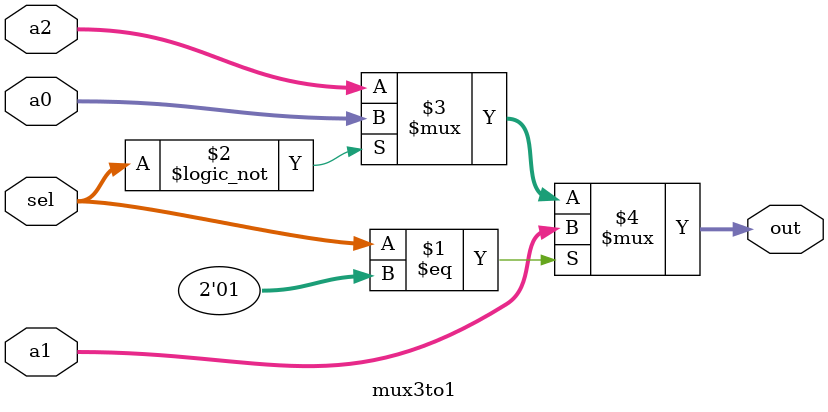
<source format=v>
module mux3to1 (sel,a0, a1 , a2,out);
    input[1:0] sel;
    input[31:0] a0, a1 , a2;
    output[31:0] out;
    assign out = (sel==2'b01) ? a1 : (sel==2'b00)? a0 : a2;
endmodule
</source>
